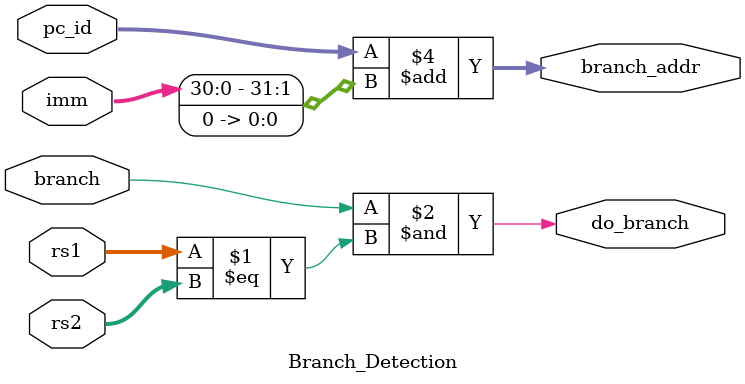
<source format=v>
module Branch_Detection (
    pc_id, imm, rs1, rs2, branch, 
    do_branch, branch_addr
);

input   [31:0]  pc_id, imm; 
input   [31:0]  rs1, rs2;
input           branch;

output          do_branch;
output  [31:0]  branch_addr;

assign  do_branch   =   branch & (rs1 == rs2);
assign  branch_addr =   pc_id + (imm << 1);
    
endmodule
</source>
